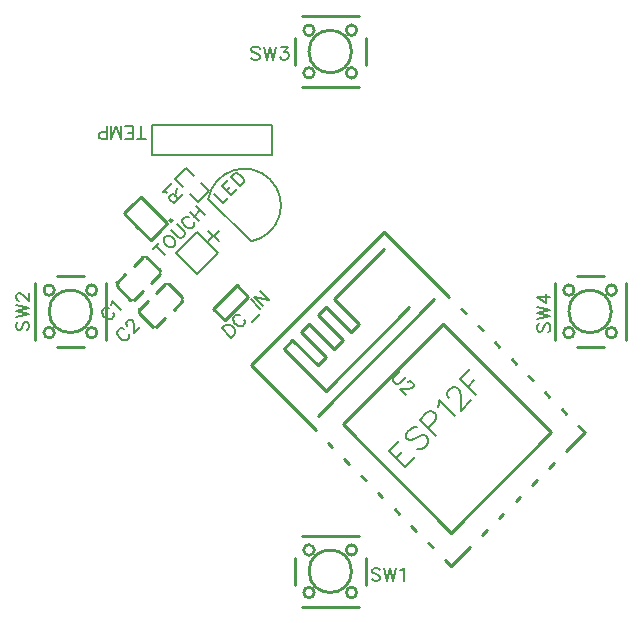
<source format=gto>
G04 Layer: TopSilkscreenLayer*
G04 EasyEDA v6.5.5, 2022-05-12 22:16:57*
G04 08c4366467794e2483e8b99e1b790a1a,62a2711f98894334b0c9608ef6a587eb,10*
G04 Gerber Generator version 0.2*
G04 Scale: 100 percent, Rotated: No, Reflected: No *
G04 Dimensions in millimeters *
G04 leading zeros omitted , absolute positions ,4 integer and 5 decimal *
%FSLAX45Y45*%
%MOMM*%

%ADD10C,0.2540*%
%ADD27C,0.1524*%
%ADD28C,0.1270*%
%ADD29C,0.2032*%
%ADD30C,0.2030*%
%ADD31C,0.2286*%

%LPD*%
D27*
X-1321782Y913417D02*
G01*
X-1244732Y990467D01*
X-1321782Y913417D02*
G01*
X-1354830Y946464D01*
X-1362194Y961011D01*
X-1362194Y968555D01*
X-1358422Y979512D01*
X-1351059Y986876D01*
X-1340101Y990648D01*
X-1332737Y990467D01*
X-1318191Y983104D01*
X-1285143Y950056D01*
X-1310827Y975740D02*
G01*
X-1296098Y1041834D01*
X-1382669Y1003759D02*
G01*
X-1393804Y1007351D01*
X-1415895Y1007529D01*
X-1338844Y1084579D01*
X-983244Y995946D02*
G01*
X-906193Y918895D01*
X-906193Y918895D02*
G01*
X-862190Y962898D01*
X-914994Y1064196D02*
G01*
X-837943Y987145D01*
X-914994Y1064196D02*
G01*
X-867219Y1111971D01*
X-878354Y1027556D02*
G01*
X-848898Y1057013D01*
X-837943Y987145D02*
G01*
X-790168Y1034920D01*
X-842972Y1136218D02*
G01*
X-765921Y1059167D01*
X-842972Y1136218D02*
G01*
X-817107Y1162080D01*
X-802561Y1169443D01*
X-787831Y1169443D01*
X-776876Y1165672D01*
X-761969Y1158308D01*
X-743651Y1139990D01*
X-736465Y1125263D01*
X-732693Y1114305D01*
X-732693Y1099578D01*
X-740056Y1085029D01*
X-765921Y1059167D01*
X422041Y-2187971D02*
G01*
X411627Y-2177557D01*
X396133Y-2172477D01*
X375305Y-2172477D01*
X359811Y-2177557D01*
X349397Y-2187971D01*
X349397Y-2198385D01*
X354477Y-2208799D01*
X359811Y-2214133D01*
X370225Y-2219213D01*
X401467Y-2229627D01*
X411627Y-2234707D01*
X416961Y-2240041D01*
X422041Y-2250455D01*
X422041Y-2265949D01*
X411627Y-2276363D01*
X396133Y-2281443D01*
X375305Y-2281443D01*
X359811Y-2276363D01*
X349397Y-2265949D01*
X456331Y-2172477D02*
G01*
X482493Y-2281443D01*
X508401Y-2172477D02*
G01*
X482493Y-2281443D01*
X508401Y-2172477D02*
G01*
X534309Y-2281443D01*
X560217Y-2172477D02*
G01*
X534309Y-2281443D01*
X594507Y-2193305D02*
G01*
X604921Y-2187971D01*
X620669Y-2172477D01*
X620669Y-2281443D01*
X-2643433Y-85953D02*
G01*
X-2653847Y-96367D01*
X-2658927Y-111861D01*
X-2658927Y-132689D01*
X-2653847Y-148183D01*
X-2643433Y-158597D01*
X-2633019Y-158597D01*
X-2622605Y-153517D01*
X-2617271Y-148183D01*
X-2612191Y-137769D01*
X-2601777Y-106527D01*
X-2596697Y-96367D01*
X-2591363Y-91033D01*
X-2580949Y-85953D01*
X-2565455Y-85953D01*
X-2555041Y-96367D01*
X-2549961Y-111861D01*
X-2549961Y-132689D01*
X-2555041Y-148183D01*
X-2565455Y-158597D01*
X-2658927Y-51663D02*
G01*
X-2549961Y-25501D01*
X-2658927Y406D02*
G01*
X-2549961Y-25501D01*
X-2658927Y406D02*
G01*
X-2549961Y26314D01*
X-2658927Y52222D02*
G01*
X-2549961Y26314D01*
X-2633019Y91846D02*
G01*
X-2638099Y91846D01*
X-2648513Y96926D01*
X-2653847Y102260D01*
X-2658927Y112674D01*
X-2658927Y133502D01*
X-2653847Y143662D01*
X-2648513Y148996D01*
X-2638099Y154076D01*
X-2627685Y154076D01*
X-2617271Y148996D01*
X-2601777Y138582D01*
X-2549961Y86512D01*
X-2549961Y159410D01*
X-596747Y2224714D02*
G01*
X-607161Y2235128D01*
X-622655Y2240208D01*
X-643483Y2240208D01*
X-658977Y2235128D01*
X-669391Y2224714D01*
X-669391Y2214300D01*
X-664311Y2203886D01*
X-658977Y2198552D01*
X-648563Y2193472D01*
X-617321Y2183058D01*
X-607161Y2177978D01*
X-601827Y2172644D01*
X-596747Y2162230D01*
X-596747Y2146736D01*
X-607161Y2136322D01*
X-622655Y2131242D01*
X-643483Y2131242D01*
X-658977Y2136322D01*
X-669391Y2146736D01*
X-562457Y2240208D02*
G01*
X-536295Y2131242D01*
X-510387Y2240208D02*
G01*
X-536295Y2131242D01*
X-510387Y2240208D02*
G01*
X-484479Y2131242D01*
X-458571Y2240208D02*
G01*
X-484479Y2131242D01*
X-413867Y2240208D02*
G01*
X-356717Y2240208D01*
X-387705Y2198552D01*
X-372211Y2198552D01*
X-361797Y2193472D01*
X-356717Y2188392D01*
X-351383Y2172644D01*
X-351383Y2162230D01*
X-356717Y2146736D01*
X-367131Y2136322D01*
X-382625Y2131242D01*
X-398119Y2131242D01*
X-413867Y2136322D01*
X-418947Y2141402D01*
X-424281Y2151816D01*
X1769267Y-101447D02*
G01*
X1758853Y-111861D01*
X1753773Y-127355D01*
X1753773Y-148183D01*
X1758853Y-163677D01*
X1769267Y-174091D01*
X1779681Y-174091D01*
X1790095Y-169011D01*
X1795429Y-163677D01*
X1800509Y-153263D01*
X1810923Y-122021D01*
X1816003Y-111861D01*
X1821337Y-106527D01*
X1831751Y-101447D01*
X1847245Y-101447D01*
X1857659Y-111861D01*
X1862739Y-127355D01*
X1862739Y-148183D01*
X1857659Y-163677D01*
X1847245Y-174091D01*
X1753773Y-67157D02*
G01*
X1862739Y-40995D01*
X1753773Y-15087D02*
G01*
X1862739Y-40995D01*
X1753773Y-15087D02*
G01*
X1862739Y10820D01*
X1753773Y36728D02*
G01*
X1862739Y10820D01*
X1753773Y123088D02*
G01*
X1826417Y71018D01*
X1826417Y148996D01*
X1753773Y123088D02*
G01*
X1862739Y123088D01*
X-1876155Y29575D02*
G01*
X-1887291Y33167D01*
X-1902020Y33167D01*
X-1912795Y29575D01*
X-1927522Y14848D01*
X-1931294Y3893D01*
X-1931294Y-10835D01*
X-1927702Y-21970D01*
X-1920158Y-36697D01*
X-1901840Y-55016D01*
X-1887291Y-62382D01*
X-1876155Y-65973D01*
X-1861428Y-65973D01*
X-1850473Y-62202D01*
X-1835744Y-47475D01*
X-1832152Y-36697D01*
X-1832152Y-21970D01*
X-1835744Y-10835D01*
X-1855500Y57414D02*
G01*
X-1851908Y68549D01*
X-1851908Y90462D01*
X-1774858Y13411D01*
X-1747994Y-148333D02*
G01*
X-1759130Y-144741D01*
X-1773857Y-144741D01*
X-1784634Y-148333D01*
X-1799361Y-163060D01*
X-1803133Y-174015D01*
X-1803133Y-188744D01*
X-1799541Y-199880D01*
X-1791997Y-214607D01*
X-1773679Y-232928D01*
X-1759130Y-240291D01*
X-1747994Y-243883D01*
X-1733268Y-243883D01*
X-1722313Y-240111D01*
X-1707583Y-225384D01*
X-1703992Y-214607D01*
X-1703992Y-199880D01*
X-1707583Y-188744D01*
X-1720156Y-120495D02*
G01*
X-1723748Y-116900D01*
X-1727339Y-105765D01*
X-1727520Y-98402D01*
X-1723748Y-87447D01*
X-1709021Y-72720D01*
X-1698066Y-68948D01*
X-1690700Y-69126D01*
X-1679564Y-72720D01*
X-1672201Y-80083D01*
X-1668609Y-91219D01*
X-1665018Y-109537D01*
X-1665018Y-182816D01*
X-1613651Y-131450D01*
X-1478246Y551731D02*
G01*
X-1401196Y474682D01*
X-1503928Y526049D02*
G01*
X-1452562Y577415D01*
X-1406225Y623752D02*
G01*
X-1409994Y612797D01*
X-1409994Y598070D01*
X-1406225Y587113D01*
X-1398859Y572206D01*
X-1380540Y553887D01*
X-1365813Y546701D01*
X-1354856Y542932D01*
X-1340129Y542932D01*
X-1329174Y546701D01*
X-1314444Y561431D01*
X-1310673Y572386D01*
X-1310673Y587113D01*
X-1314444Y598070D01*
X-1321630Y612797D01*
X-1339949Y631118D01*
X-1354856Y638482D01*
X-1365813Y642254D01*
X-1380540Y642254D01*
X-1391495Y638482D01*
X-1406225Y623752D01*
X-1345158Y684819D02*
G01*
X-1290020Y629681D01*
X-1275471Y622317D01*
X-1260744Y622317D01*
X-1246195Y629681D01*
X-1238831Y637044D01*
X-1231287Y651771D01*
X-1231287Y666501D01*
X-1238653Y681047D01*
X-1293792Y736185D01*
X-1196086Y797252D02*
G01*
X-1207221Y800844D01*
X-1221948Y800844D01*
X-1232725Y797252D01*
X-1247452Y782525D01*
X-1251224Y771568D01*
X-1251224Y756841D01*
X-1247632Y745705D01*
X-1240088Y730978D01*
X-1221770Y712657D01*
X-1207221Y705294D01*
X-1196086Y701702D01*
X-1181359Y701702D01*
X-1170401Y705474D01*
X-1155674Y720201D01*
X-1152083Y730978D01*
X-1152083Y745705D01*
X-1155674Y756841D01*
X-1190160Y839817D02*
G01*
X-1113109Y762767D01*
X-1138791Y891186D02*
G01*
X-1061740Y814136D01*
X-1153520Y803178D02*
G01*
X-1102151Y854547D01*
X-1598421Y1459484D02*
G01*
X-1598424Y1568450D01*
X-1562100Y1459484D02*
G01*
X-1634744Y1459484D01*
X-1669034Y1459484D02*
G01*
X-1669034Y1568450D01*
X-1669034Y1459484D02*
G01*
X-1736597Y1459484D01*
X-1669034Y1511300D02*
G01*
X-1710689Y1511300D01*
X-1669034Y1568450D02*
G01*
X-1736597Y1568450D01*
X-1770887Y1459484D02*
G01*
X-1770887Y1568450D01*
X-1770887Y1459484D02*
G01*
X-1812544Y1568450D01*
X-1854200Y1459484D02*
G01*
X-1812544Y1568450D01*
X-1854200Y1459484D02*
G01*
X-1854200Y1568450D01*
X-1888489Y1459484D02*
G01*
X-1888489Y1568450D01*
X-1888489Y1459484D02*
G01*
X-1935226Y1459484D01*
X-1950720Y1464563D01*
X-1955800Y1469897D01*
X-1961134Y1480312D01*
X-1961134Y1495805D01*
X-1955800Y1506217D01*
X-1950720Y1511300D01*
X-1935226Y1516634D01*
X-1888489Y1516634D01*
X593105Y-501865D02*
G01*
X537966Y-557004D01*
X530603Y-571553D01*
X530603Y-586280D01*
X538147Y-601007D01*
X545510Y-608373D01*
X560057Y-615736D01*
X574786Y-615736D01*
X589333Y-608373D01*
X644471Y-553232D01*
X654171Y-599572D02*
G01*
X657763Y-595980D01*
X668718Y-592208D01*
X676262Y-592208D01*
X687219Y-595980D01*
X701766Y-610527D01*
X705538Y-621482D01*
X705538Y-629025D01*
X701766Y-639983D01*
X694402Y-647346D01*
X683447Y-651118D01*
X665126Y-654710D01*
X591667Y-654530D01*
X643214Y-706076D01*
D29*
X493354Y-1178806D02*
G01*
X630392Y-1315844D01*
X493354Y-1178806D02*
G01*
X578126Y-1094031D01*
X558551Y-1244003D02*
G01*
X610636Y-1191917D01*
X630392Y-1315844D02*
G01*
X715167Y-1231071D01*
X732228Y-979086D02*
G01*
X706186Y-978905D01*
X680143Y-992017D01*
X653920Y-1018240D01*
X640808Y-1044282D01*
X640808Y-1070503D01*
X653742Y-1083437D01*
X673498Y-1089901D01*
X686429Y-1089901D01*
X706186Y-1083437D01*
X758451Y-1057391D01*
X778027Y-1050747D01*
X790961Y-1050747D01*
X810536Y-1057391D01*
X830112Y-1076970D01*
X830292Y-1103012D01*
X817181Y-1129055D01*
X790961Y-1155278D01*
X764915Y-1168389D01*
X738695Y-1168389D01*
X755756Y-916404D02*
G01*
X892794Y-1053442D01*
X755756Y-916404D02*
G01*
X814666Y-857491D01*
X840709Y-844382D01*
X853643Y-844382D01*
X873218Y-851027D01*
X892794Y-870602D01*
X899441Y-890181D01*
X899441Y-903112D01*
X886510Y-929335D01*
X827600Y-988245D01*
X916325Y-807920D02*
G01*
X922969Y-788344D01*
X922969Y-749190D01*
X1060008Y-886228D01*
X1005227Y-731949D02*
G01*
X998763Y-725482D01*
X992118Y-705906D01*
X992118Y-692975D01*
X998763Y-673397D01*
X1024986Y-647174D01*
X1044381Y-640709D01*
X1057493Y-640529D01*
X1077071Y-647174D01*
X1090183Y-660285D01*
X1096647Y-679683D01*
X1103292Y-712551D01*
X1103114Y-843125D01*
X1194531Y-751705D01*
X1100599Y-571560D02*
G01*
X1237637Y-708599D01*
X1100599Y-571560D02*
G01*
X1185552Y-486608D01*
X1165796Y-636757D02*
G01*
X1218062Y-584492D01*
D27*
X-916658Y-144505D02*
G01*
X-839609Y-221556D01*
X-916658Y-144505D02*
G01*
X-890976Y-118823D01*
X-876249Y-111279D01*
X-861700Y-111460D01*
X-850564Y-115051D01*
X-835837Y-122595D01*
X-817516Y-140914D01*
X-810153Y-155463D01*
X-806561Y-166598D01*
X-806381Y-181145D01*
X-813925Y-195874D01*
X-839609Y-221556D01*
X-767587Y-32072D02*
G01*
X-778543Y-28300D01*
X-793269Y-28300D01*
X-804227Y-32072D01*
X-818954Y-46802D01*
X-822726Y-57757D01*
X-822726Y-72483D01*
X-818954Y-83441D01*
X-811590Y-98348D01*
X-793269Y-116667D01*
X-778543Y-123852D01*
X-767587Y-127622D01*
X-752858Y-127622D01*
X-741903Y-123852D01*
X-727176Y-109123D01*
X-723404Y-98168D01*
X-723404Y-83441D01*
X-727176Y-72483D01*
X-658746Y-92420D02*
G01*
X-592650Y-26327D01*
X-671319Y100832D02*
G01*
X-594268Y23784D01*
X-647072Y125079D02*
G01*
X-570021Y48031D01*
X-647072Y125079D02*
G01*
X-518474Y99578D01*
X-595525Y176626D02*
G01*
X-518474Y99578D01*
X-1151826Y1143650D02*
G01*
X-1219629Y1211453D01*
X-1313053Y1118029D01*
X-1245250Y1050226D01*
X-1091549Y1083373D02*
G01*
X-1023746Y1015570D01*
X-1117170Y922146D01*
X-1184973Y989949D01*
X-1031417Y594182D02*
G01*
X-941613Y683986D01*
X-1031417Y683986D02*
G01*
X-941613Y594182D01*
D28*
X-674001Y592386D02*
G01*
X-1033213Y951598D01*
D10*
X240411Y-2500000D02*
G01*
X-240411Y-2500000D01*
X-299999Y-2314691D02*
G01*
X-299999Y-2085309D01*
X-240411Y-1900001D02*
G01*
X240411Y-1900001D01*
X299999Y-2085309D02*
G01*
X299999Y-2314691D01*
X-2500000Y-240411D02*
G01*
X-2500000Y240411D01*
X-2314691Y299999D02*
G01*
X-2085309Y299999D01*
X-1900001Y240411D02*
G01*
X-1900001Y-240411D01*
X-2085309Y-299999D02*
G01*
X-2314691Y-299999D01*
X-240411Y2500000D02*
G01*
X240411Y2500000D01*
X299999Y2314691D02*
G01*
X299999Y2085309D01*
X240411Y1900001D02*
G01*
X-240411Y1900001D01*
X-299999Y2085309D02*
G01*
X-299999Y2314691D01*
X1900001Y-240411D02*
G01*
X1900001Y240411D01*
X2085309Y299999D02*
G01*
X2314691Y299999D01*
X2500000Y240411D02*
G01*
X2500000Y-240411D01*
X2314691Y-299999D02*
G01*
X2085309Y-299999D01*
X-1632145Y717354D02*
G01*
X-1518993Y604202D01*
X-1518993Y604202D02*
G01*
X-1448948Y674248D01*
X-1632145Y717354D02*
G01*
X-1745297Y830506D01*
X-1745297Y830506D02*
G01*
X-1675251Y900551D01*
X-1675251Y900551D02*
G01*
X-1605206Y970597D01*
X-1605206Y970597D02*
G01*
X-1492054Y857445D01*
X-1448948Y674248D02*
G01*
X-1378902Y744293D01*
X-1378902Y744293D02*
G01*
X-1492054Y857445D01*
X-1558424Y459717D02*
G01*
X-1445285Y346577D01*
X-1805917Y212224D02*
G01*
X-1692775Y99085D01*
X-1516705Y241216D02*
G01*
X-1442460Y315460D01*
X-1663783Y388294D02*
G01*
X-1589539Y462539D01*
X-1587416Y170505D02*
G01*
X-1661660Y96260D01*
X-1734494Y317583D02*
G01*
X-1808739Y243339D01*
X-1807324Y213631D02*
G01*
X-1805917Y212224D01*
X-1808739Y215046D02*
G01*
X-1805917Y212224D01*
X-1689948Y96260D02*
G01*
X-1692775Y99085D01*
X-1561246Y462539D02*
G01*
X-1558424Y459717D01*
X-1442460Y343753D02*
G01*
X-1445285Y346577D01*
X-1367924Y231117D02*
G01*
X-1254785Y117977D01*
X-1615417Y-16375D02*
G01*
X-1502275Y-129514D01*
X-1326205Y12616D02*
G01*
X-1251960Y86860D01*
X-1473283Y159694D02*
G01*
X-1399039Y233939D01*
X-1396916Y-58094D02*
G01*
X-1471160Y-132339D01*
X-1543994Y88983D02*
G01*
X-1618239Y14739D01*
X-1616824Y-14968D02*
G01*
X-1615417Y-16375D01*
X-1618239Y-13553D02*
G01*
X-1615417Y-16375D01*
X-1499448Y-132339D02*
G01*
X-1502275Y-129514D01*
X-1370746Y233939D02*
G01*
X-1367924Y231117D01*
X-1251960Y115153D02*
G01*
X-1254785Y117977D01*
D29*
X-950694Y495300D02*
G01*
X-1130300Y315694D01*
X-1309905Y495300D01*
X-1130300Y674905D01*
X-995596Y540202D01*
D30*
X-950694Y495300D02*
G01*
X-995596Y540202D01*
D29*
X-1511300Y1320800D02*
G01*
X-1511300Y1574800D01*
X-495300Y1574800D01*
X-495300Y1320800D01*
X-685800Y1320800D01*
D30*
X-1511300Y1320800D02*
G01*
X-685800Y1320800D01*
D10*
X104320Y-953063D02*
G01*
X1023559Y-1872300D01*
X1872084Y-1023772D01*
X952847Y-104536D01*
X104320Y-953063D01*
X670006Y36883D02*
G01*
X-37099Y-670219D01*
X-390652Y-316669D01*
X-319940Y-245958D01*
X-107810Y-458088D01*
X-37099Y-387377D01*
X-249232Y-175247D01*
X-178521Y-104536D01*
X33609Y-316669D01*
X104320Y-245958D01*
X-107810Y-33825D01*
X-37099Y36883D01*
X175031Y-175247D01*
X245742Y-104536D01*
X33609Y107594D01*
X457873Y531858D01*
X-107810Y-882352D02*
G01*
X882136Y107594D01*
X-673493Y-458088D02*
G01*
X457873Y673280D01*
X457873Y673280D02*
G01*
X1007221Y123931D01*
X1110620Y20533D02*
G01*
X1148641Y-17487D01*
X1252039Y-120888D02*
G01*
X1290063Y-158910D01*
X1393461Y-262308D02*
G01*
X1431485Y-300332D01*
X1534883Y-403730D02*
G01*
X1572905Y-441751D01*
X1676303Y-545150D02*
G01*
X1714327Y-583176D01*
X1817728Y-686574D02*
G01*
X1855749Y-724595D01*
X1959147Y-827994D02*
G01*
X1997171Y-866018D01*
X2100569Y-969416D02*
G01*
X2154925Y-1023772D01*
X2154925Y-1023772D02*
G01*
X1994377Y-1184323D01*
X1890979Y-1287721D02*
G01*
X1852955Y-1325742D01*
X1749557Y-1429141D02*
G01*
X1711589Y-1467111D01*
X1608190Y-1570509D02*
G01*
X1570113Y-1608584D01*
X1466715Y-1711985D02*
G01*
X1428783Y-1749917D01*
X1325384Y-1853316D02*
G01*
X1287505Y-1891195D01*
X1184107Y-1994593D02*
G01*
X1023559Y-2155141D01*
X1023559Y-2155141D02*
G01*
X969200Y-2100785D01*
X865802Y-1997384D02*
G01*
X827778Y-1959363D01*
X724380Y-1855965D02*
G01*
X686358Y-1817941D01*
X582960Y-1714543D02*
G01*
X544936Y-1676519D01*
X441535Y-1573121D02*
G01*
X403514Y-1535099D01*
X300116Y-1431698D02*
G01*
X262092Y-1393677D01*
X158694Y-1290279D02*
G01*
X120672Y-1252255D01*
X17274Y-1148857D02*
G01*
X-20749Y-1110835D01*
X-124147Y-1007437D02*
G01*
X-673493Y-458088D01*
D31*
X-991529Y21864D02*
G01*
X-793541Y219852D01*
X-694547Y120858D01*
X-892535Y-77129D01*
X-991529Y21864D01*
D28*
G75*
G01*
X-1033214Y951598D02*
G02*
X-674002Y592386I305343J-53869D01*
D10*
G75*
G01*
X-1808739Y243340D02*
G03*
X-1808739Y215047I14145J-14147D01*
G75*
G01*
X-1661660Y96261D02*
G02*
X-1689948Y96261I-14144J14144D01*
G75*
G01*
X-1589540Y462539D02*
G02*
X-1561247Y462539I14147J-14145D01*
G75*
G01*
X-1442461Y315460D02*
G03*
X-1442461Y343753I-14145J14147D01*
G75*
G01*
X-1618239Y14740D02*
G03*
X-1618239Y-13553I14145J-14147D01*
G75*
G01*
X-1471160Y-132339D02*
G02*
X-1499448Y-132339I-14144J14144D01*
G75*
G01*
X-1399040Y233939D02*
G02*
X-1370747Y233939I14147J-14145D01*
G75*
G01*
X-1251961Y86860D02*
G03*
X-1251961Y115153I-14145J14147D01*
G75*
G01
X180010Y-2199996D02*
G03X180010Y-2199996I-180010J0D01*
G75*
G01
X-135280Y-2379980D02*
G03X-135280Y-2379980I-44729J0D01*
G75*
G01
X224739Y-2380005D02*
G03X224739Y-2380005I-44729J0D01*
G75*
G01
X224739Y-2019986D02*
G03X224739Y-2019986I-44729J0D01*
G75*
G01
X-135280Y-2019986D02*
G03X-135280Y-2019986I-44729J0D01*
G75*
G01
X-2019986Y0D02*
G03X-2019986Y0I-180010J0D01*
G75*
G01
X-2335251Y180010D02*
G03X-2335251Y180010I-44729J0D01*
G75*
G01
X-2335276Y-180010D02*
G03X-2335276Y-180010I-44729J0D01*
G75*
G01
X-1975256Y-180010D02*
G03X-1975256Y-180010I-44729J0D01*
G75*
G01
X-1975256Y180010D02*
G03X-1975256Y180010I-44729J0D01*
G75*
G01
X180010Y2199996D02*
G03X180010Y2199996I-180010J0D01*
G75*
G01
X224739Y2379980D02*
G03X224739Y2379980I-44729J0D01*
G75*
G01
X-135280Y2380005D02*
G03X-135280Y2380005I-44729J0D01*
G75*
G01
X-135280Y2019986D02*
G03X-135280Y2019986I-44729J0D01*
G75*
G01
X224739Y2019986D02*
G03X224739Y2019986I-44729J0D01*
G75*
G01
X2380031Y0D02*
G03X2380031Y0I-180010J0D01*
G75*
G01
X2064766Y180010D02*
G03X2064766Y180010I-44729J0D01*
G75*
G01
X2064741Y-180010D02*
G03X2064741Y-180010I-44729J0D01*
G75*
G01
X2424760Y-180010D02*
G03X2424760Y-180010I-44729J0D01*
G75*
G01
X2424760Y180010D02*
G03X2424760Y180010I-44729J0D01*
G75*
G01
X-1336421Y769442D02*
G03X-1336421Y769442I-10160J0D01*
M02*

</source>
